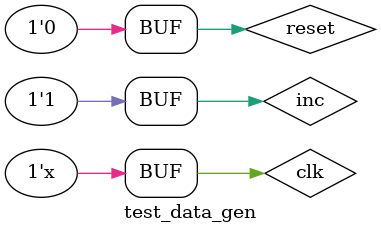
<source format=v>
`timescale 1ns / 1ps


module test_data_gen;

	// Inputs
	reg clk;
	reg reset;
	reg inc;

	// Outputs
	wire [15:0] data;

	// Instantiate the Unit Under Test (UUT)
	Data_gen uut (
		.clk(clk), 
		.reset(reset), 
		.inc(inc), 
		.data(data)
	);

	initial begin
		// Initialize Inputs
		clk = 0;
		reset = 0;
		inc = 0;

		// Wait 100 ns for global reset to finish
		#100;
        
		// Add stimulus here
		inc = 1;
	end
	
	always begin
		clk = !clk; #10;
	end
      
endmodule


</source>
